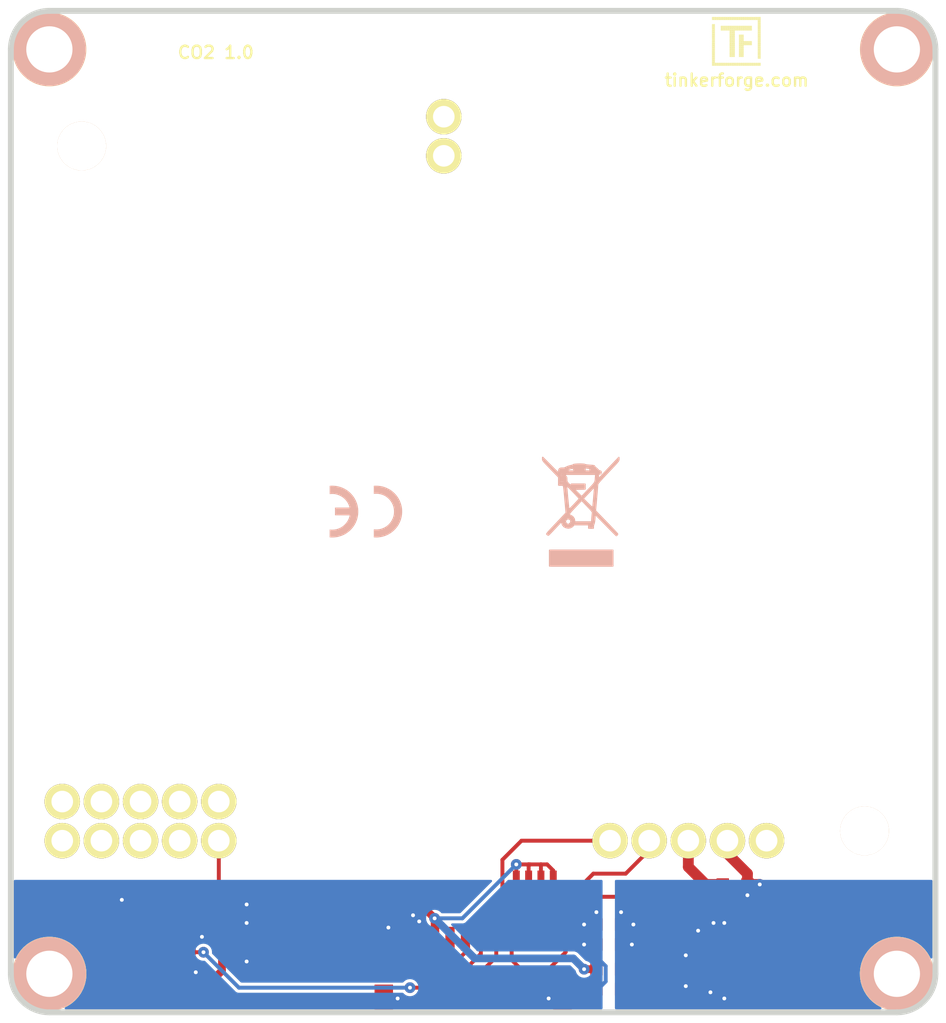
<source format=kicad_pcb>
(kicad_pcb (version 20221018) (generator pcbnew)
  (title_block (title "CO2 Bricklet") (date "Mi 27 Mai 2015") (rev "1.0") (company "Tinkerforfge GmbH") (comment 1 "Licensed under CERN OHL v.1.1") (comment 2 "Copyright (©) 2015, B.Nordmeyer <bastian@tinkerforge.com>"))
  (layers (0 "F.Cu" signal) (31 "B.Cu" signal) (34 "B.Paste" user) (35 "F.Paste" user) (36 "B.SilkS" user "B.Silkscreen") (37 "F.SilkS" user "F.Silkscreen") (38 "B.Mask" user) (39 "F.Mask" user) (44 "Edge.Cuts" user))
  (net 0 "")
  (net 1 "+5V")
  (net 2 "3V3")
  (net 3 "EN")
  (net 4 "GND")
  (net 5 "Net-(P1-Pad4)")
  (net 6 "Net-(P1-Pad5)")
  (net 7 "Net-(P1-Pad6)")
  (net 8 "Net-(P1-Pad7)")
  (net 9 "Net-(R2-Pad1)")
  (net 10 "Net-(R3-Pad2)")
  (net 11 "Net-(C2-Pad1)")
  (net 12 "AGND")
  (net 13 "Net-(C4-Pad1)")
  (net 14 "Net-(L3-Pad2)")
  (net 15 "SCL")
  (net 16 "SDA")
  (net 17 "Net-(R5-Pad1)")
  (net 18 "Net-(P1-Pad1)")
  (net 19 "Net-(RP1-Pad6)")
  (net 20 "Net-(RP1-Pad7)")
  (net 21 "Net-(U1-Pad7)")
  (net 22 "Net-(U4-Pad1)")
  (net 23 "Net-(U4-Pad6)")
  (net 24 "Net-(U4-Pad7)")
  (net 25 "Net-(U4-Pad8)")
  (net 26 "Net-(U4-Pad9)")
  (net 27 "Net-(U4-Pad11)")
  (net 28 "Net-(U4-Pad12)")
  (net 29 "Net-(U4-Pad13)")
  (net 30 "Net-(U4-Pad14)")
  (net 31 "Net-(U4-Pad10)")
  (footprint "kicad-libraries:CON-SENSOR" (layer "F.Cu") (at 143.9 120.6)
    (fp_text reference "P1")
    (fp_text value "CON-SENSOR")
    (pad "1" smd rect (at -4.50088 -4.7752) (size 0.59944 1.5494) (layers "F.Cu" "F.Paste" "F.Mask") (net 18 "Net-(P1-Pad1)"))
    (pad "2" smd rect (at -3.50012 -4.7752) (size 0.59944 1.5494) (layers "F.Cu" "F.Paste" "F.Mask") (net 4 "GND"))
    (pad "3" smd rect (at -2.49936 -4.7752) (size 0.59944 1.5494) (layers "F.Cu" "F.Paste" "F.Mask") (net 2 "3V3"))
    (pad "4" smd rect (at -1.50114 -4.7752) (size 0.59944 1.5494) (layers "F.Cu" "F.Paste" "F.Mask") (net 5 "Net-(P1-Pad4)"))
    (pad "5" smd rect (at -0.50038 -4.7752) (size 0.59944 1.5494) (layers "F.Cu" "F.Paste" "F.Mask") (net 6 "Net-(P1-Pad5)"))
    (pad "6" smd rect (at 0.50038 -4.7752) (size 0.59944 1.5494) (layers "F.Cu" "F.Paste" "F.Mask") (net 7 "Net-(P1-Pad6)"))
    (pad "7" smd rect (at 1.50114 -4.7752) (size 0.59944 1.5494) (layers "F.Cu" "F.Paste" "F.Mask") (net 8 "Net-(P1-Pad7)"))
    (pad "8" smd rect (at 2.49936 -4.7752) (size 0.59944 1.5494) (layers "F.Cu" "F.Paste" "F.Mask") (net 3 "EN"))
    (pad "9" smd rect (at 3.50012 -4.7752) (size 0.59944 1.5494) (layers "F.Cu" "F.Paste" "F.Mask") (net 16 "SDA"))
    (pad "10" smd rect (at 4.50088 -4.7752) (size 0.59944 1.5494) (layers "F.Cu" "F.Paste" "F.Mask") (net 15 "SCL"))
    (pad "EP" smd rect (at -5.79882 -0.89916) (size 1.19888 1.80086) (layers "F.Cu" "F.Paste" "F.Mask") (net 4 "GND"))
    (pad "EP" smd rect (at 5.79882 -0.89916) (size 1.19888 1.80086) (layers "F.Cu" "F.Paste" "F.Mask") (net 4 "GND"))
  )
  (footprint "kicad-libraries:SOIC8" (layer "F.Cu") (at 133 115.4 -90)
    (fp_text reference "U1")
    (fp_text value "M24C64")
    (pad "1" smd rect (at -1.90246 2.69748 90) (size 0.59944 1.5494) (layers "F.Cu" "F.Paste" "F.Mask") (net 4 "GND"))
    (pad "2" smd rect (at -0.63246 2.69748 90) (size 0.59944 1.5494) (layers "F.Cu" "F.Paste" "F.Mask") (net 4 "GND"))
    (pad "3" smd rect (at 0.63246 2.69748 90) (size 0.59944 1.5494) (layers "F.Cu" "F.Paste" "F.Mask") (net 7 "Net-(P1-Pad6)"))
    (pad "4" smd rect (at 1.90246 2.69748 90) (size 0.59944 1.5494) (layers "F.Cu" "F.Paste" "F.Mask") (net 4 "GND"))
    (pad "5" smd rect (at 1.90246 -2.69748 270) (size 0.59944 1.5494) (layers "F.Cu" "F.Paste" "F.Mask") (net 6 "Net-(P1-Pad5)"))
    (pad "6" smd rect (at 0.63246 -2.69748 270) (size 0.59944 1.5494) (layers "F.Cu" "F.Paste" "F.Mask") (net 5 "Net-(P1-Pad4)"))
    (pad "7" smd rect (at -0.63246 -2.69748 270) (size 0.59944 1.5494) (layers "F.Cu" "F.Paste" "F.Mask") (net 21 "Net-(U1-Pad7)"))
    (pad "8" smd rect (at -1.90246 -2.69748 270) (size 0.59944 1.5494) (layers "F.Cu" "F.Paste" "F.Mask") (net 2 "3V3"))
  )
  (footprint "kicad-libraries:UMLP_22" (layer "F.Cu") (at 157.725 117.85 -90)
    (fp_text reference "U2")
    (fp_text value "FAN4860")
    (pad "1" smd rect (at 0.65 -1.05 270) (size 0.25 0.8) (layers "F.Cu" "F.Paste" "F.Mask") (net 12 "AGND"))
    (pad "2" smd rect (at 0 -1.05 270) (size 0.25 0.8) (layers "F.Cu" "F.Paste" "F.Mask") (net 13 "Net-(C4-Pad1)"))
    (pad "3" smd rect (at -0.65 -1.05 270) (size 0.25 0.8) (layers "F.Cu" "F.Paste" "F.Mask") (net 13 "Net-(C4-Pad1)"))
    (pad "4" smd rect (at -0.65 1.05 270) (size 0.25 0.8) (layers "F.Cu" "F.Paste" "F.Mask") (net 3 "EN"))
    (pad "5" smd rect (at 0 1.05 270) (size 0.25 0.8) (layers "F.Cu" "F.Paste" "F.Mask") (net 14 "Net-(L3-Pad2)"))
    (pad "6" smd rect (at 0.65 1.05 270) (size 0.25 0.8) (layers "F.Cu" "F.Paste" "F.Mask") (net 11 "Net-(C2-Pad1)"))
    (pad "EP" smd rect (at 0 0 270) (size 1.45 0.8) (layers "F.Cu" "F.Paste" "F.Mask") (net 12 "AGND"))
  )
  (footprint "kicad-libraries:SOT23-5" (layer "F.Cu") (at 124.3 115.675 90)
    (fp_text reference "U3")
    (fp_text value "TLV271")
    (pad "1" smd rect (at -0.94996 1.19888 90) (size 0.50038 0.8001) (layers "F.Cu" "F.Paste" "F.Mask") (net 8 "Net-(P1-Pad7)"))
    (pad "2" smd rect (at 0 1.19888 90) (size 0.50038 0.8001) (layers "F.Cu" "F.Paste" "F.Mask") (net 4 "GND"))
    (pad "3" smd rect (at 0.94996 1.19888 90) (size 0.50038 0.8001) (layers "F.Cu" "F.Paste" "F.Mask") (net 10 "Net-(R3-Pad2)"))
    (pad "4" smd rect (at 0.94996 -1.19888 90) (size 0.50038 0.8001) (layers "F.Cu" "F.Paste" "F.Mask") (net 9 "Net-(R2-Pad1)"))
    (pad "5" smd rect (at -0.94996 -1.19888 90) (size 0.50038 0.8001) (layers "F.Cu" "F.Paste" "F.Mask") (net 2 "3V3"))
  )
  (footprint "kicad-libraries:DRILL_NP" (layer "F.Cu") (at 171.4 118.1)
    (fp_text reference "U5" hide)
    (fp_text value "DRILL" hide)
    (pad "" np_thru_hole circle (at 0 0) (size 2.99974 2.99974) (drill 2.99974) (layers "*.Cu" "*.Mask" "F.SilkS") (clearance 0.89916))
  )
  (footprint "kicad-libraries:DRILL_NP" (layer "F.Cu") (at 171.4 58.1)
    (fp_text reference "U7" hide)
    (fp_text value "DRILL" hide)
    (pad "" np_thru_hole circle (at 0 0) (size 2.99974 2.99974) (drill 2.99974) (layers "*.Cu" "*.Mask" "F.SilkS") (clearance 0.89916))
  )
  (footprint "kicad-libraries:DRILL_NP" (layer "F.Cu") (at 116.4 118.1)
    (fp_text reference "U6" hide)
    (fp_text value "DRILL" hide)
    (pad "" np_thru_hole circle (at 0 0) (size 2.99974 2.99974) (drill 2.99974) (layers "*.Cu" "*.Mask" "F.SilkS") (clearance 0.89916))
  )
  (footprint "kicad-libraries:Logo_31x31" (layer "F.Cu") (at 159.4 56)
    (fp_text reference "G***" hide)
    (fp_text value "Logo_31x31" hide)
  )
  (footprint "kicad-libraries:Fiducial_Mark" (layer "F.Cu") (at 170.4 113.6)
    (fp_text reference "Fiducial_Mark" hide)
    (fp_text value "VAL**" hide)
    (pad "1" smd circle (at 0 0) (size 1.00076 1.00076) (layers "F.Cu" "F.Paste" "F.Mask") (clearance 0.65024))
  )
  (footprint "kicad-libraries:Fiducial_Mark" (layer "F.Cu") (at 120.4 119.1)
    (fp_text reference "Fiducial_Mark" hide)
    (fp_text value "VAL**" hide)
    (pad "1" smd circle (at 0 0) (size 1.00076 1.00076) (layers "F.Cu" "F.Paste" "F.Mask") (clearance 0.65024))
  )
  (footprint "kicad-libraries:4X0603" (layer "F.Cu") (at 147.9 112.7)
    (fp_text reference "RP1")
    (fp_text value "2k2")
    (pad "1" smd rect (at -1.19888 -0.8509) (size 0.44958 0.89916) (layers "F.Cu" "F.Paste" "F.Mask") (net 2 "3V3"))
    (pad "2" smd rect (at -0.39878 -0.8509) (size 0.44958 0.89916) (layers "F.Cu" "F.Paste" "F.Mask") (net 2 "3V3"))
    (pad "3" smd rect (at 0.39878 -0.8509) (size 0.44958 0.89916) (layers "F.Cu" "F.Paste" "F.Mask") (net 2 "3V3"))
    (pad "4" smd rect (at 1.19888 -0.8509) (size 0.44958 0.89916) (layers "F.Cu" "F.Paste" "F.Mask") (net 2 "3V3"))
    (pad "5" smd rect (at 1.19888 0.8509) (size 0.44958 0.89916) (layers "F.Cu" "F.Paste" "F.Mask") (net 15 "SCL"))
    (pad "6" smd rect (at 0.39878 0.8509) (size 0.44958 0.89916) (layers "F.Cu" "F.Paste" "F.Mask") (net 19 "Net-(RP1-Pad6)"))
    (pad "7" smd rect (at -0.39878 0.8509) (size 0.44958 0.89916) (layers "F.Cu" "F.Paste" "F.Mask") (net 20 "Net-(RP1-Pad7)"))
    (pad "8" smd rect (at -1.19888 0.8509) (size 0.44958 0.89916) (layers "F.Cu" "F.Paste" "F.Mask") (net 16 "SDA"))
  )
  (footprint "kicad-libraries:K30" (layer "F.Cu") (at 143.9 86.6)
    (fp_text reference "U4")
    (fp_text value "K30")
    (pad "" np_thru_hole circle (at -25.405 -22.23) (size 3.17 3.17) (drill 3.17) (layers "*.Cu" "*.SilkS"))
    (pad "" np_thru_hole circle (at -1.905 -24.13) (size 2.3 2.3) (drill 1.4) (layers "*.Cu" "*.Mask" "F.SilkS"))
    (pad "" np_thru_hole circle (at -1.905 -21.59) (size 2.3 2.3) (drill 1.4) (layers "*.Cu" "*.Mask" "F.SilkS"))
    (pad "" np_thru_hole circle (at 25.4 22.222) (size 3.17 3.17) (drill 3.17) (layers "*.Cu" "*.SilkS"))
    (pad "1" thru_hole circle (at 19.045 22.86) (size 2.3 2.3) (drill 1.4) (layers "*.Cu" "*.Mask" "F.SilkS") (net 22 "Net-(U4-Pad1)"))
    (pad "2" thru_hole circle (at 16.505 22.86) (size 2.3 2.3) (drill 1.4) (layers "*.Cu" "*.Mask" "F.SilkS") (net 12 "AGND"))
    (pad "3" thru_hole circle (at 13.965 22.86) (size 2.3 2.3) (drill 1.4) (layers "*.Cu" "*.Mask" "F.SilkS") (net 1 "+5V"))
    (pad "4" thru_hole circle (at 11.425 22.86) (size 2.3 2.3) (drill 1.4) (layers "*.Cu" "*.Mask" "F.SilkS") (net 15 "SCL"))
    (pad "5" thru_hole circle (at 8.885 22.86) (size 2.3 2.3) (drill 1.4) (layers "*.Cu" "*.Mask" "F.SilkS") (net 16 "SDA"))
    (pad "6" thru_hole circle (at -26.665 20.32) (size 2.3 2.3) (drill 1.4) (layers "*.Cu" "*.Mask" "F.SilkS") (net 23 "Net-(U4-Pad6)"))
    (pad "7" thru_hole circle (at -24.125 20.32) (size 2.3 2.3) (drill 1.4) (layers "*.Cu" "*.Mask" "F.SilkS") (net 24 "Net-(U4-Pad7)"))
    (pad "8" thru_hole circle (at -21.585 20.32) (size 2.3 2.3) (drill 1.4) (layers "*.Cu" "*.Mask" "F.SilkS") (net 25 "Net-(U4-Pad8)"))
    (pad "9" thru_hole circle (at -19.045 20.32) (size 2.3 2.3) (drill 1.4) (layers "*.Cu" "*.Mask" "F.SilkS") (net 26 "Net-(U4-Pad9)"))
    (pad "10" thru_hole circle (at -16.505 20.32) (size 2.3 2.3) (drill 1.4) (layers "*.Cu" "*.Mask" "F.SilkS") (net 31 "Net-(U4-Pad10)"))
    (pad "11" thru_hole circle (at -26.665 22.86) (size 2.3 2.3) (drill 1.4) (layers "*.Cu" "*.Mask" "F.SilkS") (net 27 "Net-(U4-Pad11)"))
    (pad "12" thru_hole circle (at -24.125 22.86) (size 2.3 2.3) (drill 1.4) (layers "*.Cu" "*.Mask" "F.SilkS") (net 28 "Net-(U4-Pad12)"))
    (pad "13" thru_hole circle (at -21.585 22.86) (size 2.3 2.3) (drill 1.4) (layers "*.Cu" "*.Mask" "F.SilkS") (net 29 "Net-(U4-Pad13)"))
    (pad "14" thru_hole circle (at -19.045 22.86) (size 2.3 2.3) (drill 1.4) (layers "*.Cu" "*.Mask" "F.SilkS") (net 30 "Net-(U4-Pad14)"))
    (pad "15" thru_hole circle (at -16.505 22.86) (size 2.3 2.3) (drill 1.4) (layers "*.Cu" "*.Mask" "F.SilkS") (net 17 "Net-(R5-Pad1)"))
  )
  (footprint "kicad-libraries:DRILL_NP" (layer "F.Cu") (at 116.4 58.1)
    (fp_text reference "U8" hide)
    (fp_text value "DRILL" hide)
    (pad "" np_thru_hole circle (at 0 0) (size 2.99974 2.99974) (drill 2.99974) (layers "*.Cu" "*.Mask" "F.SilkS") (clearance 0.89916))
  )
  (footprint "kicad-libraries:C0603" (layer "F.Cu") (at 151.9 117 90)
    (fp_text reference "C1")
    (fp_text value "2.2µF")
    (pad "1" smd rect (at -0.8001 0 90) (size 0.8001 0.8001) (layers "F.Cu" "F.Paste" "F.Mask") (net 2 "3V3"))
    (pad "2" smd rect (at 0.8001 0 90) (size 0.8001 0.8001) (layers "F.Cu" "F.Paste" "F.Mask") (net 4 "GND"))
  )
  (footprint "kicad-libraries:C0603" (layer "F.Cu") (at 153.5 117 90)
    (fp_text reference "C2")
    (fp_text value "2.2µF")
    (pad "1" smd rect (at -0.8001 0 90) (size 0.8001 0.8001) (layers "F.Cu" "F.Paste" "F.Mask") (net 11 "Net-(C2-Pad1)"))
    (pad "2" smd rect (at 0.8001 0 90) (size 0.8001 0.8001) (layers "F.Cu" "F.Paste" "F.Mask") (net 12 "AGND"))
  )
  (footprint "kicad-libraries:C0603" (layer "F.Cu") (at 137.6 114.3 90)
    (fp_text reference "C3")
    (fp_text value "100nF")
    (pad "1" smd rect (at -0.8001 0 90) (size 0.8001 0.8001) (layers "F.Cu" "F.Paste" "F.Mask") (net 4 "GND"))
    (pad "2" smd rect (at 0.8001 0 90) (size 0.8001 0.8001) (layers "F.Cu" "F.Paste" "F.Mask") (net 2 "3V3"))
  )
  (footprint "kicad-libraries:C0805" (layer "F.Cu") (at 160.2 118 -90)
    (fp_text reference "C4")
    (fp_text value "4.7µF")
    (pad "1" smd rect (at -1.00076 0 270) (size 1.00076 1.24968) (layers "F.Cu" "F.Paste" "F.Mask") (net 13 "Net-(C4-Pad1)") (clearance 0.14986))
    (pad "2" smd rect (at 1.00076 0 270) (size 1.00076 1.24968) (layers "F.Cu" "F.Paste" "F.Mask") (net 12 "AGND") (clearance 0.14986))
  )
  (footprint "kicad-libraries:C0603" (layer "F.Cu") (at 124.3 117.975 180)
    (fp_text reference "C5")
    (fp_text value "100nF")
    (pad "1" smd rect (at -0.8001 0 180) (size 0.8001 0.8001) (layers "F.Cu" "F.Paste" "F.Mask") (net 4 "GND"))
    (pad "2" smd rect (at 0.8001 0 180) (size 0.8001 0.8001) (layers "F.Cu" "F.Paste" "F.Mask") (net 2 "3V3"))
  )
  (footprint "kicad-libraries:C0805" (layer "F.Cu") (at 160.2 114.6 90)
    (fp_text reference "C6")
    (fp_text value "4.7µF")
    (pad "1" smd rect (at -1.00076 0 90) (size 1.00076 1.24968) (layers "F.Cu" "F.Paste" "F.Mask") (net 12 "AGND") (clearance 0.14986))
    (pad "2" smd rect (at 1.00076 0 90) (size 1.00076 1.24968) (layers "F.Cu" "F.Paste" "F.Mask") (net 1 "+5V") (clearance 0.14986))
  )
  (footprint "kicad-libraries:C0603" (layer "F.Cu") (at 160.9 112.3 180)
    (fp_text reference "C7")
    (fp_text value "100nF")
    (pad "1" smd rect (at -0.8001 0 180) (size 0.8001 0.8001) (layers "F.Cu" "F.Paste" "F.Mask") (net 12 "AGND"))
    (pad "2" smd rect (at 0.8001 0 180) (size 0.8001 0.8001) (layers "F.Cu" "F.Paste" "F.Mask") (net 1 "+5V"))
  )
  (footprint "kicad-libraries:C0603" (layer "F.Cu") (at 152.7 119.1)
    (fp_text reference "L1")
    (fp_text value "INDUCT")
    (pad "1" smd rect (at -0.8001 0) (size 0.8001 0.8001) (layers "F.Cu" "F.Paste" "F.Mask") (net 2 "3V3"))
    (pad "2" smd rect (at 0.8001 0) (size 0.8001 0.8001) (layers "F.Cu" "F.Paste" "F.Mask") (net 11 "Net-(C2-Pad1)"))
  )
  (footprint "kicad-libraries:C0603" (layer "F.Cu") (at 152.7 114.9)
    (fp_text reference "L2")
    (fp_text value "0")
    (pad "1" smd rect (at -0.8001 0) (size 0.8001 0.8001) (layers "F.Cu" "F.Paste" "F.Mask") (net 4 "GND"))
    (pad "2" smd rect (at 0.8001 0) (size 0.8001 0.8001) (layers "F.Cu" "F.Paste" "F.Mask") (net 12 "AGND"))
  )
  (footprint "kicad-libraries:C0805" (layer "F.Cu") (at 155.225 118.15 90)
    (fp_text reference "L3")
    (fp_text value "1µH")
    (pad "1" smd rect (at -1.00076 0 90) (size 1.00076 1.24968) (layers "F.Cu" "F.Paste" "F.Mask") (net 11 "Net-(C2-Pad1)") (clearance 0.14986))
    (pad "2" smd rect (at 1.00076 0 90) (size 1.00076 1.24968) (layers "F.Cu" "F.Paste" "F.Mask") (net 14 "Net-(L3-Pad2)") (clearance 0.14986))
  )
  (footprint "kicad-libraries:C0603" (layer "F.Cu") (at 161.8 115.7 90)
    (fp_text reference "L4")
    (fp_text value "INDUCT")
    (pad "1" smd rect (at -0.8001 0 90) (size 0.8001 0.8001) (layers "F.Cu" "F.Paste" "F.Mask") (net 13 "Net-(C4-Pad1)"))
    (pad "2" smd rect (at 0.8001 0 90) (size 0.8001 0.8001) (layers "F.Cu" "F.Paste" "F.Mask") (net 1 "+5V"))
  )
  (footprint "kicad-libraries:R0603" (layer "F.Cu") (at 157.725 116.05)
    (fp_text reference "R1")
    (fp_text value "10k")
    (pad "1" smd rect (at -0.8001 0) (size 0.8001 0.8001) (layers "F.Cu" "F.Paste" "F.Mask") (net 3 "EN"))
    (pad "2" smd rect (at 0.8001 0) (size 0.8001 0.8001) (layers "F.Cu" "F.Paste" "F.Mask") (net 12 "AGND"))
  )
  (footprint "kicad-libraries:R0603" (layer "F.Cu") (at 121.8 115.775 -90)
    (fp_text reference "R2")
    (fp_text value "3k")
    (pad "1" smd rect (at -0.8001 0 270) (size 0.8001 0.8001) (layers "F.Cu" "F.Paste" "F.Mask") (net 9 "Net-(R2-Pad1)"))
    (pad "2" smd rect (at 0.8001 0 270) (size 0.8001 0.8001) (layers "F.Cu" "F.Paste" "F.Mask") (net 8 "Net-(P1-Pad7)"))
  )
  (footprint "kicad-libraries:R0603" (layer "F.Cu") (at 122.6 113.375)
    (fp_text reference "R3")
    (fp_text value "3k")
    (pad "1" smd rect (at -0.8001 0) (size 0.8001 0.8001) (layers "F.Cu" "F.Paste" "F.Mask") (net 4 "GND"))
    (pad "2" smd rect (at 0.8001 0) (size 0.8001 0.8001) (layers "F.Cu" "F.Paste" "F.Mask") (net 10 "Net-(R3-Pad2)"))
  )
  (footprint "kicad-libraries:R0603" (layer "F.Cu") (at 120.5 114.175 -90)
    (fp_text reference "R4")
    (fp_text value "3k9")
    (pad "1" smd rect (at -0.8001 0 270) (size 0.8001 0.8001) (layers "F.Cu" "F.Paste" "F.Mask") (net 4 "GND"))
    (pad "2" smd rect (at 0.8001 0 270) (size 0.8001 0.8001) (layers "F.Cu" "F.Paste" "F.Mask") (net 9 "Net-(R2-Pad1)"))
  )
  (footprint "kicad-libraries:R0603" (layer "F.Cu") (at 125.6 113.375 180)
    (fp_text reference "R5")
    (fp_text value "3k9")
    (pad "1" smd rect (at -0.8001 0 180) (size 0.8001 0.8001) (layers "F.Cu" "F.Paste" "F.Mask") (net 17 "Net-(R5-Pad1)"))
    (pad "2" smd rect (at 0.8001 0 180) (size 0.8001 0.8001) (layers "F.Cu" "F.Paste" "F.Mask") (net 10 "Net-(R3-Pad2)"))
  )
  (footprint "kicad-libraries:WEEE_7mm" (layer "B.Cu") (at 150.9 88.1 180)
    (fp_text reference "VAL" hide)
    (fp_text value "WEEE_7mm_back" hide)
  )
  (footprint "kicad-libraries:CE_5mm" (layer "B.Cu") (at 136.9 88.1 180)
    (fp_text reference "VAL" hide)
    (fp_text value "CE_5mm" hide)
  )
  (gr_arc (start 171.4 55.6) (mid 173.167767 56.332233) (end 173.9 58.1) (stroke (width 0.381)) (layer "Edge.Cuts"))
  (gr_line (start 171.4 55.6) (end 116.4 55.6) (stroke (width 0.381)) (layer "Edge.Cuts"))
  (gr_line (start 173.9 118.1) (end 173.9 58.1) (stroke (width 0.381)) (layer "Edge.Cuts"))
  (gr_arc (start 173.9 118.1) (mid 173.167767 119.867767) (end 171.4 120.6) (stroke (width 0.381)) (layer "Edge.Cuts"))
  (gr_arc (start 113.9 58.1) (mid 114.632233 56.332233) (end 116.4 55.6) (stroke (width 0.381)) (layer "Edge.Cuts"))
  (gr_line (start 116.4 120.6) (end 171.4 120.6) (stroke (width 0.381)) (layer "Edge.Cuts"))
  (gr_line (start 113.9 58.1) (end 113.9 118.1) (stroke (width 0.381)) (layer "Edge.Cuts"))
  (gr_arc (start 116.4 120.6) (mid 114.632233 119.867767) (end 113.9 118.1) (stroke (width 0.381)) (layer "Edge.Cuts"))
  (gr_text "CO2 1.0" (at 127.2 58.3) (layer "F.SilkS") (effects (font (size 0.8 0.8))))
  (gr_text "tinkerforge.com" (at 161 60.1) (layer "F.SilkS") (effects (font (size 0.8 0.8))))
  (segment (start 161.8 114.5) (end 160.89924 113.59924) (width 0.7) (layer "F.Cu") (net 1))
  (segment (start 160.89924 113.59924) (end 160.2 113.59924) (width 0.7) (layer "F.Cu") (net 1))
  (segment (start 160.2 112.4001) (end 160.0999 112.3) (width 0.7) (layer "F.Cu") (net 1))
  (segment (start 159 112.3) (end 157.865 111.165) (width 0.7) (layer "F.Cu") (net 1))
  (segment (start 157.865 111.165) (end 157.865 109.46) (width 0.7) (layer "F.Cu") (net 1))
  (segment (start 161.8 114.8999) (end 161.8 114.5) (width 0.7) (layer "F.Cu") (net 1))
  (segment (start 160.0999 112.3) (end 159 112.3) (width 0.7) (layer "F.Cu") (net 1))
  (segment (start 160.2 113.59924) (end 160.2 112.4001) (width 0.7) (layer "F.Cu") (net 1))
  (segment (start 123.10112 117.57622) (end 123.4999 117.975) (width 0.5) (layer "F.Cu") (net 2))
  (segment (start 135.69984 113.4999) (end 135.69748 113.49754) (width 0.5) (layer "F.Cu") (net 2))
  (segment (start 141.40064 114.50064) (end 140.3999 113.4999) (width 0.5) (layer "F.Cu") (net 2))
  (segment (start 140.3999 113.4999) (end 137.6 113.4999) (width 0.5) (layer "F.Cu") (net 2))
  (segment (start 137.6 113) (end 137 112.4) (width 0.5) (layer "F.Cu") (net 2))
  (segment (start 137 112.4) (end 129.2 112.4) (width 0.5) (layer "F.Cu") (net 2))
  (segment (start 129.2 112.4) (end 127.6 114) (width 0.5) (layer "F.Cu") (net 2))
  (segment (start 127.6 114) (end 127.6 117.9) (width 0.5) (layer "F.Cu") (net 2))
  (segment (start 127.6 117.9) (end 126.4 119.1) (width 0.5) (layer "F.Cu") (net 2))
  (segment (start 126.4 119.1) (end 124 119.1) (width 0.5) (layer "F.Cu") (net 2))
  (segment (start 124 119.1) (end 123.4999 118.5999) (width 0.5) (layer "F.Cu") (net 2))
  (segment (start 123.4999 118.5999) (end 123.4999 117.975) (width 0.5) (layer "F.Cu") (net 2))
  (segment (start 151.9 119.0999) (end 151.8999 119.1) (width 0.5) (layer "F.Cu") (net 2))
  (segment (start 151.9 119.0999) (end 151.8999 119.1) (width 0.5) (layer "F.Cu") (net 2))
  (segment (start 151.1001 117.8001) (end 151.1 117.8) (width 0.5) (layer "F.Cu") (net 2))
  (segment (start 141.4 114.5) (end 141.40064 114.50064) (width 0.5) (layer "F.Cu") (net 2))
  (segment (start 146.70112 111.00112) (end 146.7 111) (width 0.254) (layer "F.Cu") (net 2))
  (segment (start 149.09888 111.39888) (end 148.7 111) (width 0.254) (layer "F.Cu") (net 2))
  (segment (start 148.7 111) (end 148.3 111) (width 0.254) (layer "F.Cu") (net 2))
  (segment (start 148.29878 111) (end 148.3 111) (width 0.254) (layer "F.Cu") (net 2))
  (segment (start 148.3 111) (end 147.6 111) (width 0.254) (layer "F.Cu") (net 2))
  (segment (start 147.6 111) (end 147.5 111) (width 0.254) (layer "F.Cu") (net 2))
  (segment (start 147.50122 111) (end 147.5 111.00122) (width 0.254) (layer "F.Cu") (net 2))
  (segment (start 147.5 111.00122) (end 147.5 111.1) (width 0.254) (layer "F.Cu") (net 2))
  (segment (start 147.5 111.1) (end 147.5 111) (width 0.254) (layer "F.Cu") (net 2))
  (segment (start 147.5 111) (end 146.7 111) (width 0.254) (layer "F.Cu") (net 2))
  (segment (start 151.9 117.8001) (end 151.9 119.0999) (width 0.5) (layer "F.Cu") (net 2))
  (segment (start 137.6 113.4999) (end 137.6 113) (width 0.5) (layer "F.Cu") (net 2))
  (segment (start 147.50122 111.8491) (end 147.50122 111) (width 0.254) (layer "F.Cu") (net 2))
  (segment (start 148.29878 111.8491) (end 148.29878 111) (width 0.254) (layer "F.Cu") (net 2))
  (segment (start 141.40064 115.8248) (end 141.40064 114.50064) (width 0.5) (layer "F.Cu") (net 2))
  (segment (start 123.10112 116.62496) (end 123.10112 117.57622) (width 0.5) (layer "F.Cu") (net 2))
  (segment (start 151.9 117.8001) (end 151.1001 117.8001) (width 0.5) (layer "F.Cu") (net 2))
  (segment (start 137.6 113.4999) (end 135.69984 113.4999) (width 0.5) (layer "F.Cu") (net 2))
  (segment (start 149.09888 111.8491) (end 149.09888 111.39888) (width 0.254) (layer "F.Cu") (net 2))
  (segment (start 146.70112 111.8491) (end 146.70112 111.00112) (width 0.254) (layer "F.Cu") (net 2))
  (via (at 146.7 111) (size 0.7) (drill 0.25) (layers "F.Cu" "B.Cu") (net 2))
  (via (at 141.4 114.5) (size 0.7) (drill 0.25) (layers "F.Cu" "B.Cu") (net 2))
  (via (at 151.1 117.8) (size 0.7) (drill 0.25) (layers "F.Cu" "B.Cu") (net 2))
  (segment (start 151.1 117.8) (end 150.4 117.1) (width 0.5) (layer "B.Cu") (net 2))
  (segment (start 150.4 117.1) (end 144 117.1) (width 0.5) (layer "B.Cu") (net 2))
  (segment (start 144 117.1) (end 141.4 114.5) (width 0.5) (layer "B.Cu") (net 2))
  (segment (start 146.7 111) (end 143.2 114.5) (width 0.254) (layer "B.Cu") (net 2))
  (segment (start 143.2 114.5) (end 141.4 114.5) (width 0.254) (layer "B.Cu") (net 2))
  (segment (start 156.9249 116.4751) (end 156.675 116.725) (width 0.254) (layer "F.Cu") (net 3))
  (segment (start 156.675 116.725) (end 156.675 117.2) (width 0.254) (layer "F.Cu") (net 3))
  (segment (start 153.9749 113.1) (end 151.5 113.1) (width 0.254) (layer "F.Cu") (net 3))
  (segment (start 151.5 113.1) (end 149.9 114.7) (width 0.254) (layer "F.Cu") (net 3))
  (segment (start 149.9 114.7) (end 149.9 116.7) (width 0.254) (layer "F.Cu") (net 3))
  (segment (start 149.9 116.7) (end 148.7 117.9) (width 0.254) (layer "F.Cu") (net 3))
  (segment (start 148.7 117.9) (end 147.1 117.9) (width 0.254) (layer "F.Cu") (net 3))
  (segment (start 147.1 117.9) (end 146.39936 117.19936) (width 0.254) (layer "F.Cu") (net 3))
  (segment (start 146.39936 117.19936) (end 146.39936 115.8248) (width 0.254) (layer "F.Cu") (net 3))
  (segment (start 156.9249 116.05) (end 153.9749 113.1) (width 0.254) (layer "F.Cu") (net 3))
  (segment (start 156.9249 116.05) (end 156.9249 116.4751) (width 0.254) (layer "F.Cu") (net 3))
  (segment (start 151.8999 114.1001) (end 151.9 114.1) (width 0.7) (layer "F.Cu") (net 4))
  (segment (start 151.1001 116.1999) (end 151.1 116.2) (width 0.7) (layer "F.Cu") (net 4))
  (segment (start 148.80084 119.70084) (end 148.8 119.7) (width 0.254) (layer "F.Cu") (net 4))
  (segment (start 139 119.7) (end 138.99916 119.70084) (width 0.254) (layer "F.Cu") (net 4))
  (segment (start 138.99916 119.70084) (end 138.10118 119.70084) (width 0.254) (layer "F.Cu") (net 4))
  (segment (start 129.2 117.3) (end 129.20246 117.30246) (width 0.254) (layer "F.Cu") (net 4))
  (segment (start 129.20246 117.30246) (end 130.30252 117.30246) (width 0.254) (layer "F.Cu") (net 4))
  (segment (start 129.23246 114.76754) (end 129.2 114.8) (width 0.254) (layer "F.Cu") (net 4))
  (segment (start 129.2 113.6) (end 129.30246 113.49754) (width 0.254) (layer "F.Cu") (net 4))
  (segment (start 129.30246 113.49754) (end 130.30252 113.49754) (width 0.254) (layer "F.Cu") (net 4))
  (segment (start 138.4 115.1) (end 138.3999 115.1001) (width 0.254) (layer "F.Cu") (net 4))
  (segment (start 138.3999 115.1001) (end 137.6 115.1001) (width 0.7) (layer "F.Cu") (net 4))
  (segment (start 140.39988 114.70012) (end 140.4 114.7) (width 0.7) (layer "F.Cu") (net 4))
  (segment (start 126.275 115.675) (end 126.3 115.7) (width 0.7) (layer "F.Cu") (net 4))
  (segment (start 125.875 117.975) (end 125.9 118) (width 0.7) (layer "F.Cu") (net 4))
  (segment (start 121.0251 113.3749) (end 121.1 113.3) (width 0.7) (layer "F.Cu") (net 4))
  (segment (start 121.175 113.375) (end 121.1 113.3) (width 0.7) (layer "F.Cu") (net 4))
  (segment (start 140.39988 114.69988) (end 140 114.3) (width 0.7) (layer "F.Cu") (net 4))
  (segment (start 151.1001 116.1999) (end 151.9 116.1999) (width 0.7) (layer "F.Cu") (net 4))
  (segment (start 125.49888 115.675) (end 126.275 115.675) (width 0.7) (layer "F.Cu") (net 4))
  (segment (start 151.8999 114.9) (end 151.8999 114.1001) (width 0.7) (layer "F.Cu") (net 4))
  (segment (start 149.69882 119.70084) (end 148.80084 119.70084) (width 0.254) (layer "F.Cu") (net 4))
  (segment (start 125.1001 117.975) (end 125.875 117.975) (width 0.7) (layer "F.Cu") (net 4))
  (segment (start 140.39988 115.8248) (end 140.39988 114.69988) (width 0.7) (layer "F.Cu") (net 4))
  (segment (start 130.30252 114.76754) (end 129.23246 114.76754) (width 0.254) (layer "F.Cu") (net 4))
  (segment (start 151.1 114.9) (end 151.8999 114.9) (width 0.7) (layer "F.Cu") (net 4))
  (segment (start 121.7999 113.375) (end 121.175 113.375) (width 0.7) (layer "F.Cu") (net 4))
  (segment (start 140.39988 114.70012) (end 140.39988 115.8248) (width 0.7) (layer "F.Cu") (net 4))
  (segment (start 121.0251 113.3749) (end 120.5 113.3749) (width 0.7) (layer "F.Cu") (net 4))
  (via (at 126.3 115.7) (size 0.7) (drill 0.25) (layers "F.Cu" "B.Cu") (net 4))
  (via (at 151.1 116.2) (size 0.7) (drill 0.25) (layers "F.Cu" "B.Cu") (net 4))
  (via (at 151.1 114.9) (size 0.7) (drill 0.25) (layers "F.Cu" "B.Cu") (net 4))
  (via (at 140 114.3) (size 0.7) (drill 0.25) (layers "F.Cu" "B.Cu") (net 4))
  (via (at 151.9 114.1) (size 0.7) (drill 0.25) (layers "F.Cu" "B.Cu") (net 4))
  (via (at 129.2 114.8) (size 0.7) (drill 0.25) (layers "F.Cu" "B.Cu") (net 4))
  (via (at 139 119.7) (size 0.7) (drill 0.25) (layers "F.Cu" "B.Cu") (net 4))
  (via (at 138.4 115.1) (size 0.7) (drill 0.25) (layers "F.Cu" "B.Cu") (net 4))
  (via (at 125.9 118) (size 0.7) (drill 0.25) (layers "F.Cu" "B.Cu") (net 4))
  (via (at 129.2 113.6) (size 0.7) (drill 0.25) (layers "F.Cu" "B.Cu") (net 4))
  (via (at 129.2 117.3) (size 0.7) (drill 0.25) (layers "F.Cu" "B.Cu") (net 4))
  (via (at 140.4 114.7) (size 0.7) (drill 0.25) (layers "F.Cu" "B.Cu") (net 4))
  (via (at 121.1 113.3) (size 0.7) (drill 0.25) (layers "F.Cu" "B.Cu") (net 4))
  (via (at 148.8 119.7) (size 0.7) (drill 0.25) (layers "F.Cu" "B.Cu") (net 4))
  (segment (start 148.8 119.7) (end 142.1 119.7) (width 0.254) (layer "B.Cu") (net 4))
  (segment (start 129.2 114.8) (end 129.2 117.3) (width 0.254) (layer "B.Cu") (net 4))
  (segment (start 136.9 113.6) (end 138.4 115.1) (width 0.254) (layer "B.Cu") (net 4))
  (segment (start 140 115.1) (end 140.4 114.7) (width 0.254) (layer "B.Cu") (net 4))
  (segment (start 151.4 119.7) (end 152.5 118.6) (width 0.254) (layer "B.Cu") (net 4))
  (segment (start 152.5 118.6) (end 152.5 117.6) (width 0.254) (layer "B.Cu") (net 4))
  (segment (start 152.5 117.6) (end 151.1 116.2) (width 0.254) (layer "B.Cu") (net 4))
  (segment (start 128.3 115.7) (end 129.2 114.8) (width 0.254) (layer "B.Cu") (net 4))
  (segment (start 123.9 113.3) (end 126.3 115.7) (width 0.254) (layer "B.Cu") (net 4))
  (segment (start 125.5 117.6) (end 125.5 116.5) (width 0.254) (layer "B.Cu") (net 4))
  (segment (start 125.5 116.5) (end 126.3 115.7) (width 0.254) (layer "B.Cu") (net 4))
  (segment (start 141.6 115.9) (end 141.6 119.2) (width 0.254) (layer "B.Cu") (net 4))
  (segment (start 141.6 119.2) (end 142.1 119.7) (width 0.254) (layer "B.Cu") (net 4))
  (segment (start 142.1 119.7) (end 139 119.7) (width 0.254) (layer "B.Cu") (net 4))
  (segment (start 148.8 119.7) (end 151.4 119.7) (width 0.254) (layer "B.Cu") (net 4))
  (segment (start 129.2 114.8) (end 129.2 113.6) (width 0.254) (layer "B.Cu") (net 4))
  (segment (start 129.2 113.6) (end 136.9 113.6) (width 0.254) (layer "B.Cu") (net 4))
  (segment (start 140.4 114.7) (end 141.6 115.9) (width 0.254) (layer "B.Cu") (net 4))
  (segment (start 125.9 118) (end 125.5 117.6) (width 0.254) (layer "B.Cu") (net 4))
  (segment (start 138.4 115.1) (end 140 115.1) (width 0.254) (layer "B.Cu") (net 4))
  (segment (start 126.3 115.7) (end 128.3 115.7) (width 0.254) (layer "B.Cu") (net 4))
  (segment (start 151.1 116.2) (end 151.1 114.9) (width 0.254) (layer "B.Cu") (net 4))
  (segment (start 121.1 113.3) (end 123.9 113.3) (width 0.254) (layer "B.Cu") (net 4))
  (segment (start 142.39886 116.60114) (end 141.9 117.1) (width 0.254) (layer "F.Cu") (net 5))
  (segment (start 141.9 117.1) (end 138.2 117.1) (width 0.254) (layer "F.Cu") (net 5))
  (segment (start 138.2 117.1) (end 137.13246 116.03246) (width 0.254) (layer "F.Cu") (net 5))
  (segment (start 137.13246 116.03246) (end 135.69748 116.03246) (width 0.254) (layer "F.Cu") (net 5))
  (segment (start 142.39886 115.8248) (end 142.39886 116.60114) (width 0.254) (layer "F.Cu") (net 5))
  (segment (start 143.39962 116.70038) (end 142.5 117.6) (width 0.254) (layer "F.Cu") (net 6))
  (segment (start 142.5 117.6) (end 137.7 117.6) (width 0.254) (layer "F.Cu") (net 6))
  (segment (start 137.7 117.6) (end 137.40246 117.30246) (width 0.254) (layer "F.Cu") (net 6))
  (segment (start 137.40246 117.30246) (end 135.69748 117.30246) (width 0.254) (layer "F.Cu") (net 6))
  (segment (start 143.39962 115.8248) (end 143.39962 116.70038) (width 0.254) (layer "F.Cu") (net 6))
  (segment (start 144.40038 116.79962) (end 143 118.2) (width 0.254) (layer "F.Cu") (net 7))
  (segment (start 143 118.2) (end 134.6 118.2) (width 0.254) (layer "F.Cu") (net 7))
  (segment (start 134.6 118.2) (end 132.43246 116.03246) (width 0.254) (layer "F.Cu") (net 7))
  (segment (start 132.43246 116.03246) (end 130.30252 116.03246) (width 0.254) (layer "F.Cu") (net 7))
  (segment (start 144.40038 115.8248) (end 144.40038 116.79962) (width 0.254) (layer "F.Cu") (net 7))
  (segment (start 124.82496 116.62496) (end 124 115.8) (width 0.5) (layer "F.Cu") (net 8))
  (segment (start 124 115.8) (end 122.5751 115.8) (width 0.5) (layer "F.Cu") (net 8))
  (segment (start 122.5751 115.8) (end 121.8 116.5751) (width 0.5) (layer "F.Cu") (net 8))
  (segment (start 145.40114 116.99886) (end 143.4 119) (width 0.254) (layer "F.Cu") (net 8))
  (segment (start 143.4 119) (end 139.8 119) (width 0.254) (layer "F.Cu") (net 8))
  (segment (start 126.4 116.7) (end 125.57392 116.7) (width 0.254) (layer "F.Cu") (net 8))
  (segment (start 125.57392 116.7) (end 125.49888 116.62496) (width 0.254) (layer "F.Cu") (net 8))
  (segment (start 145.40114 115.8248) (end 145.40114 116.99886) (width 0.254) (layer "F.Cu") (net 8))
  (segment (start 125.49888 116.62496) (end 124.82496 116.62496) (width 0.5) (layer "F.Cu") (net 8))
  (via (at 139.8 119) (size 0.7) (drill 0.25) (layers "F.Cu" "B.Cu") (net 8))
  (via (at 126.4 116.7) (size 0.7) (drill 0.25) (layers "F.Cu" "B.Cu") (net 8))
  (segment (start 139.8 119) (end 128.7 119) (width 0.254) (layer "B.Cu") (net 8))
  (segment (start 128.7 119) (end 126.4 116.7) (width 0.254) (layer "B.Cu") (net 8))
  (segment (start 122.04986 114.72504) (end 121.8 114.9749) (width 0.5) (layer "F.Cu") (net 9))
  (segment (start 120.5002 114.9749) (end 120.5 114.9751) (width 0.5) (layer "F.Cu") (net 9))
  (segment (start 123.10112 114.72504) (end 122.04986 114.72504) (width 0.5) (layer "F.Cu") (net 9))
  (segment (start 121.8 114.9749) (end 120.5002 114.9749) (width 0.5) (layer "F.Cu") (net 9))
  (segment (start 125.49888 114.07398) (end 124.7999 113.375) (width 0.5) (layer "F.Cu") (net 10))
  (segment (start 124.7999 113.375) (end 123.4001 113.375) (width 0.5) (layer "F.Cu") (net 10))
  (segment (start 125.49888 114.72504) (end 125.49888 114.07398) (width 0.5) (layer "F.Cu") (net 10))
  (segment (start 153.5 119.0999) (end 153.5001 119.1) (width 0.5) (layer "F.Cu") (net 11))
  (segment (start 154.1001 117.8001) (end 155.225 118.925) (width 0.5) (layer "F.Cu") (net 11))
  (segment (start 155.225 118.925) (end 155.225 119.15076) (width 0.5) (layer "F.Cu") (net 11))
  (segment (start 156.3 118.5) (end 156.2 118.6) (width 0.254) (layer "F.Cu") (net 11))
  (segment (start 155.77576 118.6) (end 155.225 119.15076) (width 0.5) (layer "F.Cu") (net 11))
  (segment (start 156.2 118.6) (end 155.77576 118.6) (width 0.5) (layer "F.Cu") (net 11))
  (segment (start 153.5 117.8001) (end 153.5 119.0999) (width 0.5) (layer "F.Cu") (net 11))
  (segment (start 156.675 118.5) (end 156.3 118.5) (width 0.254) (layer "F.Cu") (net 11))
  (segment (start 153.5 117.8001) (end 154.1001 117.8001) (width 0.5) (layer "F.Cu") (net 11))
  (segment (start 154.1999 116.1999) (end 154.2 116.2) (width 0.7) (layer "F.Cu") (net 12))
  (segment (start 153.5001 114.1001) (end 153.5 114.1) (width 0.7) (layer "F.Cu") (net 12))
  (segment (start 159.1 118.5) (end 159.25 118.65) (width 0.254) (layer "F.Cu") (net 12))
  (segment (start 159.25 118.65) (end 159.3 118.7) (width 0.254) (layer "F.Cu") (net 12))
  (segment (start 160.02424 118.65) (end 160.225 118.85076) (width 0.7) (layer "F.Cu") (net 12))
  (segment (start 160.225 119.675) (end 160.2 119.7) (width 0.7) (layer "F.Cu") (net 12))
  (segment (start 159.74924 118.85076) (end 159.3 119.3) (width 0.7) (layer "F.Cu") (net 12))
  (segment (start 157.725 116.925) (end 157.7 116.9) (width 0.7) (layer "F.Cu") (net 12))
  (segment (start 157.725 118.875) (end 157.7 118.9) (width 0.7) (layer "F.Cu") (net 12))
  (segment (start 158.5251 115.3251) (end 158.5 115.3) (width 0.7) (layer "F.Cu") (net 12))
  (segment (start 160.2 115.5) (end 159.5 114.8) (width 0.7) (layer "F.Cu") (net 12))
  (segment (start 160.405 110.305) (end 161.7001 111.6001) (width 0.7) (layer "F.Cu") (net 12))
  (segment (start 161.7001 111.6001) (end 161.7001 112.3) (width 0.7) (layer "F.Cu") (net 12))
  (segment (start 161.7001 112.9999) (end 161.7 113) (width 0.7) (layer "F.Cu") (net 12))
  (segment (start 157.725 116.925) (end 157.725 117.85) (width 0.7) (layer "F.Cu") (net 12))
  (segment (start 154.1999 116.1999) (end 153.5 116.1999) (width 0.7) (layer "F.Cu") (net 12))
  (segment (start 158.5251 115.3251) (end 158.5251 116.05) (width 0.7) (layer "F.Cu") (net 12))
  (segment (start 161.7001 112.3) (end 161.7001 112.9999) (width 0.7) (layer "F.Cu") (net 12))
  (segment (start 157.725 118.875) (end 157.725 117.85) (width 0.7) (layer "F.Cu") (net 12))
  (segment (start 160.2 115.60076) (end 160.2 114.8) (width 0.7) (layer "F.Cu") (net 12))
  (segment (start 153.5001 114.9) (end 153.5001 114.1001) (width 0.7) (layer "F.Cu") (net 12))
  (segment (start 160.225 118.85076) (end 160.225 119.675) (width 0.7) (layer "F.Cu") (net 12))
  (segment (start 160.2 115.60076) (end 160.2 115.5) (width 0.7) (layer "F.Cu") (net 12))
  (segment (start 160.225 118.85076) (end 159.74924 118.85076) (width 0.7) (layer "F.Cu") (net 12))
  (segment (start 158.775 118.5) (end 159.1 118.5) (width 0.254) (layer "F.Cu") (net 12))
  (segment (start 153.5001 114.9) (end 154.3 114.9) (width 0.7) (layer "F.Cu") (net 12))
  (segment (start 161.7001 112.3) (end 162.5 112.3) (width 0.7) (layer "F.Cu") (net 12))
  (segment (start 160.405 109.46) (end 160.405 110.305) (width 0.7) (layer "F.Cu") (net 12))
  (segment (start 159.25 118.65) (end 160.02424 118.65) (width 0.7) (layer "F.Cu") (net 12))
  (via (at 159.3 119.3) (size 0.7) (drill 0.25) (layers "F.Cu" "B.Cu") (net 12))
  (via (at 162.5 112.3) (size 0.7) (drill 0.25) (layers "F.Cu" "B.Cu") (net 12))
  (via (at 154.3 114.9) (size 0.7) (drill 0.25) (layers "F.Cu" "B.Cu") (net 12))
  (via (at 160.2 119.7) (size 0.7) (drill 0.25) (layers "F.Cu" "B.Cu") (net 12))
  (via (at 154.2 116.2) (size 0.7) (drill 0.25) (layers "F.Cu" "B.Cu") (net 12))
  (via (at 161.7 113) (size 0.7) (drill 0.25) (layers "F.Cu" "B.Cu") (net 12))
  (via (at 160.2 114.8) (size 0.7) (drill 0.25) (layers "F.Cu" "B.Cu") (net 12))
  (via (at 159.5 114.8) (size 0.7) (drill 0.25) (layers "F.Cu" "B.Cu") (net 12))
  (via (at 157.7 118.9) (size 0.7) (drill 0.25) (layers "F.Cu" "B.Cu") (net 12))
  (via (at 158.5 115.3) (size 0.7) (drill 0.25) (layers "F.Cu" "B.Cu") (net 12))
  (via (at 153.5 114.1) (size 0.7) (drill 0.25) (layers "F.Cu" "B.Cu") (net 12))
  (via (at 157.7 116.9) (size 0.7) (drill 0.25) (layers "F.Cu" "B.Cu") (net 12))
  (segment (start 154.2 115) (end 154.3 114.9) (width 0.254) (layer "B.Cu") (net 12))
  (segment (start 157 116.2) (end 157.7 116.9) (width 0.254) (layer "B.Cu") (net 12))
  (segment (start 158.9 118.9) (end 159.3 119.3) (width 0.254) (layer "B.Cu") (net 12))
  (segment (start 157.7 116.1) (end 158.5 115.3) (width 0.254) (layer "B.Cu") (net 12))
  (segment (start 157.7 118.9) (end 158.9 118.9) (width 0.254) (layer "B.Cu") (net 12))
  (segment (start 157.7 116.9) (end 157.7 116.1) (width 0.254) (layer "B.Cu") (net 12))
  (segment (start 154.2 116.2) (end 154.2 115) (width 0.254) (layer "B.Cu") (net 12))
  (segment (start 154.2 116.2) (end 157 116.2) (width 0.254) (layer "B.Cu") (net 12))
  (segment (start 159.22424 117.85) (end 160.225 116.84924) (width 0.5) (layer "F.Cu") (net 13))
  (segment (start 159.87424 117.2) (end 160.225 116.84924) (width 0.5) (layer "F.Cu") (net 13))
  (segment (start 158.775 117.5) (end 158.775 117.2) (width 0.5) (layer "F.Cu") (net 13))
  (segment (start 159.57424 117.5) (end 160.225 116.84924) (width 0.5) (layer "F.Cu") (net 13))
  (segment (start 161.30086 116.99924) (end 161.8 116.5001) (width 0.7) (layer "F.Cu") (net 13))
  (segment (start 158.775 117.2) (end 159.87424 117.2) (width 0.5) (layer "F.Cu") (net 13))
  (segment (start 160.2 116.99924) (end 161.30086 116.99924) (width 0.7) (layer "F.Cu") (net 13))
  (segment (start 158.775 117.5) (end 159.57424 117.5) (width 0.5) (layer "F.Cu") (net 13))
  (segment (start 158.775 117.85) (end 159.22424 117.85) (width 0.5) (layer "F.Cu") (net 13))
  (segment (start 158.775 117.85) (end 158.775 117.5) (width 0.5) (layer "F.Cu") (net 13))
  (segment (start 156.15 117.85) (end 156.1 117.8) (width 0.254) (layer "F.Cu") (net 14))
  (segment (start 155.92576 117.85) (end 155.225 117.14924) (width 0.5) (layer "F.Cu") (net 14))
  (segment (start 156.675 117.85) (end 156.15 117.85) (width 0.254) (layer "F.Cu") (net 14))
  (segment (start 156.15 117.85) (end 155.92576 117.85) (width 0.5) (layer "F.Cu") (net 14))
  (segment (start 148.40088 115.19912) (end 149.09888 114.50112) (width 0.254) (layer "F.Cu") (net 15))
  (segment (start 149.09888 114.50112) (end 149.09888 113.5509) (width 0.254) (layer "F.Cu") (net 15))
  (segment (start 155.325 110.075) (end 153.8 111.6) (width 0.254) (layer "F.Cu") (net 15))
  (segment (start 153.8 111.6) (end 151.7 111.6) (width 0.254) (layer "F.Cu") (net 15))
  (segment (start 151.7 111.6) (end 149.7491 113.5509) (width 0.254) (layer "F.Cu") (net 15))
  (segment (start 149.7491 113.5509) (end 149.09888 113.5509) (width 0.254) (layer "F.Cu") (net 15))
  (segment (start 148.40088 115.8248) (end 148.40088 115.19912) (width 0.254) (layer "F.Cu") (net 15))
  (segment (start 155.325 109.46) (end 155.325 110.075) (width 0.254) (layer "F.Cu") (net 15))
  (segment (start 147.04 109.46) (end 145.8 110.7) (width 0.254) (layer "F.Cu") (net 16))
  (segment (start 145.8 110.7) (end 145.8 112.64978) (width 0.254) (layer "F.Cu") (net 16))
  (segment (start 145.8 112.64978) (end 146.70112 113.5509) (width 0.254) (layer "F.Cu") (net 16))
  (segment (start 146.70112 113.90112) (end 147.40012 114.60012) (width 0.254) (layer "F.Cu") (net 16))
  (segment (start 147.40012 114.60012) (end 147.40012 115.8248) (width 0.254) (layer "F.Cu") (net 16))
  (segment (start 146.70112 113.5509) (end 146.70112 113.90112) (width 0.254) (layer "F.Cu") (net 16))
  (segment (start 152.785 109.46) (end 147.04 109.46) (width 0.254) (layer "F.Cu") (net 16))
  (segment (start 127.395 112.3801) (end 126.4001 113.375) (width 0.254) (layer "F.Cu") (net 17))
  (segment (start 127.395 109.46) (end 127.395 112.3801) (width 0.254) (layer "F.Cu") (net 17))
  (zone (net 4) (net_name "GND") (layer "B.Cu") (connect_pads (clearance 0.2)) (min_thickness 0.15) (fill yes (thermal_gap 0) (thermal_bridge_width 0.2))
    (polygon (pts (xy 152.3 112) (xy 152.3 120.6) (xy 113.9 120.6) (xy 113.9 112)))
  )
  (zone (net 12) (net_name "AGND") (layer "B.Cu") (connect_pads (clearance 0.2)) (min_thickness 0.15) (fill yes (thermal_gap 0) (thermal_bridge_width 0.2))
    (polygon (pts (xy 153.1 112) (xy 173.9 112) (xy 173.9 120.6) (xy 153.1 120.6)))
  )
)
</source>
